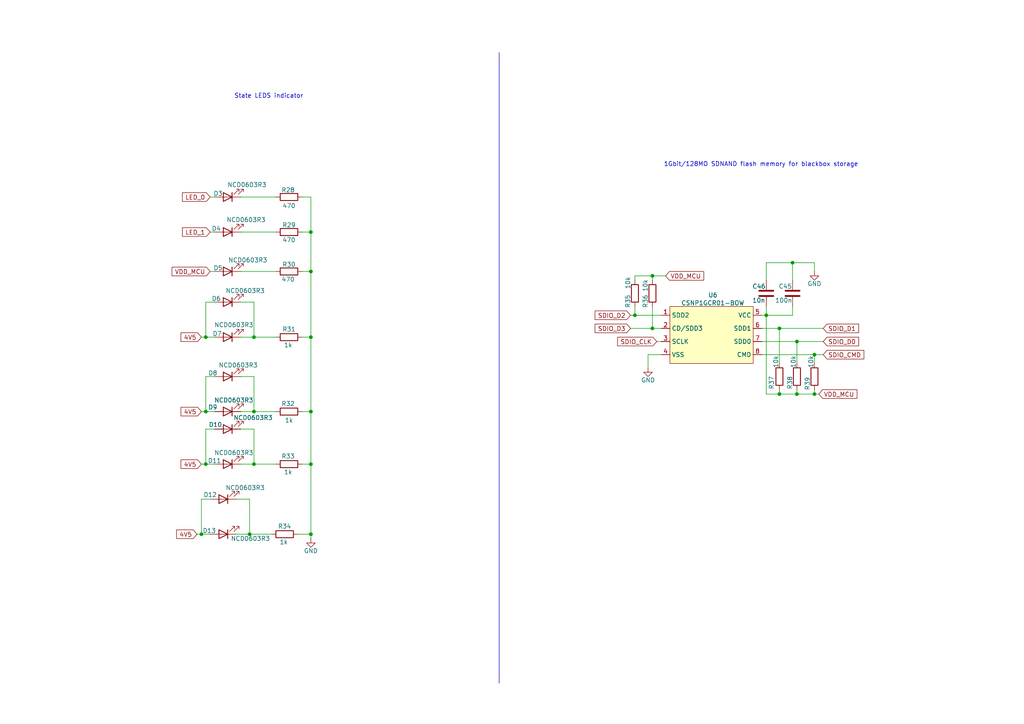
<source format=kicad_sch>
(kicad_sch (version 20250114) (generator "eeschema") (generator_version "9.0")
  (paper "A4")
  (lib_symbols
    (symbol "Device:C" (pin_numbers (hide yes)) (pin_names (offset 0.254))
      (property "Reference" "C" (at 0.635 2.54 0))
      (property "Value" "C" (at 0.635 -2.54 0))
      (symbol "C_0_1"
        (polyline (pts (xy -2.032 0.762) (xy 2.032 0.762)) (stroke (width 0.508)))
        (polyline (pts (xy -2.032 -0.762) (xy 2.032 -0.762)) (stroke (width 0.508)))
      )
      (symbol "C_1_1"
        (pin passive line (at 0 3.81 270) (length 2.794) (name "~") (number "1"))
        (pin passive line (at 0 -3.81 90) (length 2.794) (name "~") (number "2"))
      )
    )
    (symbol "Device:LED" (pin_numbers (hide yes)) (pin_names (offset 1.016) (hide yes))
      (property "Reference" "D" (at 0 2.54 0))
      (property "Value" "LED" (at 0 -2.54 0))
      (symbol "LED_0_1"
        (polyline (pts (xy -3.048 -0.762) (xy -4.572 -2.286) (xy -3.81 -2.286) (xy -4.572 -2.286) (xy -4.572 -1.524)))
        (polyline (pts (xy -1.778 -0.762) (xy -3.302 -2.286) (xy -2.54 -2.286) (xy -3.302 -2.286) (xy -3.302 -1.524)))
        (polyline (pts (xy -1.27 0) (xy 1.27 0)))
        (polyline (pts (xy -1.27 -1.27) (xy -1.27 1.27)) (stroke (width 0.254)))
        (polyline (pts (xy 1.27 -1.27) (xy 1.27 1.27) (xy -1.27 0) (xy 1.27 -1.27)) (stroke (width 0.254)))
      )
      (symbol "LED_1_1"
        (pin passive line (at -3.81 0 0) (length 2.54) (name "K") (number "1"))
        (pin passive line (at 3.81 0 180) (length 2.54) (name "A") (number "2"))
      )
    )
    (symbol "Device:R" (pin_numbers (hide yes)) (pin_names (offset 0))
      (property "Reference" "R" (at 2.032 0 90))
      (property "Value" "R" (at 0 0 90))
      (symbol "R_0_1"
        (rectangle (start -1.016 -2.54) (end 1.016 2.54) (stroke (width 0.254)))
      )
      (symbol "R_1_1"
        (pin passive line (at 0 3.81 270) (length 1.27) (name "~") (number "1"))
        (pin passive line (at 0 -3.81 90) (length 1.27) (name "~") (number "2"))
      )
    )
    (symbol "fclib:CSNP1GCR01-BOW"
      (property "Reference" "U10" (at 0.254 11.43 0))
      (property "Value" "CSNP1GCR01-BOW" (at 0.254 8.89 0))
      (symbol "CSNP1GCR01-BOW_0_1"
        (rectangle (start -12.7 7.62) (end 11.43 -8.89) (fill (type color) (color 255 255 194 1)))
      )
      (symbol "CSNP1GCR01-BOW_1_1"
        (pin input line (at -15.24 5.08 0) (length 2.54) (name "SDD2") (number "1"))
        (pin input line (at -15.24 1.27 0) (length 2.54) (name "CD/SDD3") (number "2"))
        (pin input line (at -15.24 -2.54 0) (length 2.54) (name "SCLK") (number "3"))
        (pin input line (at -15.24 -6.35 0) (length 2.54) (name "VSS") (number "4"))
        (pin input line (at 13.97 5.08 180) (length 2.54) (name "VCC") (number "5"))
        (pin input line (at 13.97 1.27 180) (length 2.54) (name "SDD1") (number "6"))
        (pin input line (at 13.97 -2.54 180) (length 2.54) (name "SDD0") (number "7"))
        (pin input line (at 13.97 -6.35 180) (length 2.54) (name "CMD") (number "8"))
      )
    )
    (symbol "power:GND" (power) (pin_numbers (hide yes)) (pin_names (offset 0) (hide yes))
      (property "Value" "GND" (at 0 -3.81 0))
      (symbol "GND_0_1"
        (polyline (pts (xy 0 0) (xy 0 -1.27) (xy 1.27 -1.27) (xy 0 -2.54) (xy -1.27 -1.27) (xy 0 -1.27)))
      )
      (symbol "GND_1_1"
        (pin power_in line (at 0 0 270) (length 0) (name "~") (number "1"))
      )
    )
  )
  (text "State LEDS indicator" (at 77.978 27.94 0) (effects (font (size 1.27 1.27))))
  (text "1Gbit/128MO SDNAND flash memory for blackbox storage" (at 220.726 47.752 0) (effects (font (size 1.27 1.27))))
  (junction (at 59.69 134.62))
  (junction (at 59.69 119.38))
  (junction (at 59.69 97.79))
  (junction (at 90.17 154.94))
  (junction (at 231.14 114.3))
  (junction (at 226.06 95.25))
  (junction (at 73.66 134.62))
  (junction (at 189.23 95.25))
  (junction (at 90.17 97.79))
  (junction (at 189.23 80.01))
  (junction (at 90.17 134.62))
  (junction (at 90.17 119.38))
  (junction (at 73.66 119.38))
  (junction (at 236.22 102.87))
  (junction (at 226.06 114.3))
  (junction (at 90.17 78.74))
  (junction (at 222.25 91.44))
  (junction (at 236.22 114.3))
  (junction (at 72.39 154.94))
  (junction (at 184.15 91.44))
  (junction (at 231.14 99.06))
  (junction (at 229.87 76.2))
  (junction (at 90.17 67.31))
  (junction (at 73.66 97.79))
  (junction (at 58.42 154.94))
  (wire (pts (xy 59.69 124.46) (xy 59.69 134.62)))
  (wire (pts (xy 220.98 91.44) (xy 222.25 91.44)))
  (wire (pts (xy 69.85 124.46) (xy 73.66 124.46)))
  (wire (pts (xy 222.25 91.44) (xy 222.25 114.3)))
  (wire (pts (xy 87.63 57.15) (xy 90.17 57.15)))
  (wire (pts (xy 73.66 119.38) (xy 80.01 119.38)))
  (wire (pts (xy 236.22 102.87) (xy 236.22 105.41)))
  (wire (pts (xy 236.22 114.3) (xy 237.49 114.3)))
  (wire (pts (xy 220.98 95.25) (xy 226.06 95.25)))
  (wire (pts (xy 190.5 99.06) (xy 191.77 99.06)))
  (wire (pts (xy 189.23 80.01) (xy 184.15 80.01)))
  (wire (pts (xy 60.96 57.15) (xy 62.23 57.15)))
  (wire (pts (xy 69.85 119.38) (xy 73.66 119.38)))
  (wire (pts (xy 182.88 95.25) (xy 189.23 95.25)))
  (wire (pts (xy 189.23 95.25) (xy 191.77 95.25)))
  (wire (pts (xy 193.04 80.01) (xy 189.23 80.01)))
  (wire (pts (xy 90.17 67.31) (xy 90.17 78.74)))
  (wire (pts (xy 229.87 76.2) (xy 236.22 76.2)))
  (wire (pts (xy 60.96 78.74) (xy 62.23 78.74)))
  (wire (pts (xy 231.14 99.06) (xy 231.14 105.41)))
  (wire (pts (xy 229.87 81.28) (xy 229.87 76.2)))
  (wire (pts (xy 226.06 95.25) (xy 238.76 95.25)))
  (wire (pts (xy 58.42 134.62) (xy 59.69 134.62)))
  (wire (pts (xy 90.17 78.74) (xy 90.17 97.79)))
  (wire (pts (xy 62.23 109.22) (xy 59.69 109.22)))
  (wire (pts (xy 184.15 88.9) (xy 184.15 91.44)))
  (wire (pts (xy 184.15 91.44) (xy 191.77 91.44)))
  (wire (pts (xy 231.14 114.3) (xy 236.22 114.3)))
  (wire (pts (xy 90.17 154.94) (xy 90.17 156.21)))
  (wire (pts (xy 60.96 144.78) (xy 58.42 144.78)))
  (wire (pts (xy 58.42 144.78) (xy 58.42 154.94)))
  (wire (pts (xy 69.85 97.79) (xy 73.66 97.79)))
  (wire (pts (xy 87.63 119.38) (xy 90.17 119.38)))
  (wire (pts (xy 90.17 119.38) (xy 90.17 134.62)))
  (wire (pts (xy 90.17 97.79) (xy 90.17 119.38)))
  (wire (pts (xy 68.58 144.78) (xy 72.39 144.78)))
  (wire (pts (xy 69.85 87.63) (xy 73.66 87.63)))
  (wire (pts (xy 58.42 154.94) (xy 60.96 154.94)))
  (wire (pts (xy 229.87 88.9) (xy 229.87 91.44)))
  (wire (pts (xy 69.85 57.15) (xy 80.01 57.15)))
  (wire (pts (xy 189.23 80.01) (xy 189.23 81.28)))
  (wire (pts (xy 191.77 102.87) (xy 187.96 102.87)))
  (wire (pts (xy 68.58 154.94) (xy 72.39 154.94)))
  (wire (pts (xy 222.25 91.44) (xy 229.87 91.44)))
  (wire (pts (xy 231.14 99.06) (xy 238.76 99.06)))
  (wire (pts (xy 187.96 102.87) (xy 187.96 106.68)))
  (wire (pts (xy 59.69 119.38) (xy 62.23 119.38)))
  (wire (pts (xy 73.66 124.46) (xy 73.66 134.62)))
  (wire (pts (xy 220.98 99.06) (xy 231.14 99.06)))
  (wire (pts (xy 72.39 154.94) (xy 78.74 154.94)))
  (wire (pts (xy 87.63 67.31) (xy 90.17 67.31)))
  (wire (pts (xy 59.69 134.62) (xy 62.23 134.62)))
  (wire (pts (xy 189.23 88.9) (xy 189.23 95.25)))
  (wire (pts (xy 69.85 109.22) (xy 73.66 109.22)))
  (wire (pts (xy 73.66 109.22) (xy 73.66 119.38)))
  (wire (pts (xy 222.25 88.9) (xy 222.25 91.44)))
  (wire (pts (xy 58.42 97.79) (xy 59.69 97.79)))
  (wire (pts (xy 87.63 78.74) (xy 90.17 78.74)))
  (wire (pts (xy 226.06 113.03) (xy 226.06 114.3)))
  (wire (pts (xy 72.39 144.78) (xy 72.39 154.94)))
  (wire (pts (xy 69.85 134.62) (xy 73.66 134.62)))
  (wire (pts (xy 59.69 97.79) (xy 62.23 97.79)))
  (wire (pts (xy 87.63 134.62) (xy 90.17 134.62)))
  (wire (pts (xy 90.17 57.15) (xy 90.17 67.31)))
  (wire (pts (xy 69.85 67.31) (xy 80.01 67.31)))
  (wire (pts (xy 220.98 102.87) (xy 236.22 102.87)))
  (wire (pts (xy 59.69 87.63) (xy 59.69 97.79)))
  (wire (pts (xy 236.22 113.03) (xy 236.22 114.3)))
  (wire (pts (xy 222.25 81.28) (xy 222.25 76.2)))
  (wire (pts (xy 69.85 78.74) (xy 80.01 78.74)))
  (wire (pts (xy 87.63 97.79) (xy 90.17 97.79)))
  (wire (pts (xy 58.42 119.38) (xy 59.69 119.38)))
  (wire (pts (xy 73.66 97.79) (xy 80.01 97.79)))
  (wire (pts (xy 86.36 154.94) (xy 90.17 154.94)))
  (wire (pts (xy 184.15 80.01) (xy 184.15 81.28)))
  (wire (pts (xy 73.66 87.63) (xy 73.66 97.79)))
  (polyline (pts (xy 144.78 15.24) (xy 144.78 198.12)))
  (wire (pts (xy 231.14 113.03) (xy 231.14 114.3)))
  (wire (pts (xy 90.17 134.62) (xy 90.17 154.94)))
  (wire (pts (xy 73.66 134.62) (xy 80.01 134.62)))
  (wire (pts (xy 236.22 76.2) (xy 236.22 78.74)))
  (wire (pts (xy 226.06 95.25) (xy 226.06 105.41)))
  (wire (pts (xy 222.25 114.3) (xy 226.06 114.3)))
  (wire (pts (xy 182.88 91.44) (xy 184.15 91.44)))
  (wire (pts (xy 57.15 154.94) (xy 58.42 154.94)))
  (wire (pts (xy 226.06 114.3) (xy 231.14 114.3)))
  (wire (pts (xy 222.25 76.2) (xy 229.87 76.2)))
  (wire (pts (xy 62.23 87.63) (xy 59.69 87.63)))
  (wire (pts (xy 62.23 124.46) (xy 59.69 124.46)))
  (wire (pts (xy 236.22 102.87) (xy 238.76 102.87)))
  (wire (pts (xy 60.96 67.31) (xy 62.23 67.31)))
  (wire (pts (xy 59.69 109.22) (xy 59.69 119.38)))
  (global_label "SDIO_D2" (shape input) (at 182.88 91.44 180) (property "Intersheetrefs" "${INTERSHEET_REFS}" (effects (hide yes))))
  (global_label "SDIO_D3" (shape input) (at 182.88 95.25 180) (property "Intersheetrefs" "${INTERSHEET_REFS}" (effects (hide yes))))
  (global_label "VDD_MCU" (shape input) (at 193.04 80.01 0) (property "Intersheetrefs" "${INTERSHEET_REFS}" (effects (hide yes))))
  (global_label "4V5" (shape input) (at 58.42 97.79 180) (property "Intersheetrefs" "${INTERSHEET_REFS}" (effects (hide yes))))
  (global_label "SDIO_D0" (shape input) (at 238.76 99.06 0) (property "Intersheetrefs" "${INTERSHEET_REFS}" (effects (hide yes))))
  (global_label "SDIO_CLK" (shape input) (at 190.5 99.06 180) (property "Intersheetrefs" "${INTERSHEET_REFS}" (effects (hide yes))))
  (global_label "4V5" (shape input) (at 58.42 119.38 180) (property "Intersheetrefs" "${INTERSHEET_REFS}" (effects (hide yes))))
  (global_label "SDIO_D1" (shape input) (at 238.76 95.25 0) (property "Intersheetrefs" "${INTERSHEET_REFS}" (effects (hide yes))))
  (global_label "SDIO_CMD" (shape input) (at 238.76 102.87 0) (property "Intersheetrefs" "${INTERSHEET_REFS}" (effects (hide yes))))
  (global_label "VDD_MCU" (shape input) (at 60.96 78.74 180) (property "Intersheetrefs" "${INTERSHEET_REFS}" (effects (hide yes))))
  (global_label "4V5" (shape input) (at 57.15 154.94 180) (property "Intersheetrefs" "${INTERSHEET_REFS}" (effects (hide yes))))
  (global_label "VDD_MCU" (shape input) (at 237.49 114.3 0) (property "Intersheetrefs" "${INTERSHEET_REFS}" (effects (hide yes))))
  (global_label "4V5" (shape input) (at 58.42 134.62 180) (property "Intersheetrefs" "${INTERSHEET_REFS}" (effects (hide yes))))
  (global_label "LED_0" (shape input) (at 60.96 57.15 180) (property "Intersheetrefs" "${INTERSHEET_REFS}" (effects (hide yes))))
  (global_label "LED_1" (shape input) (at 60.96 67.31 180) (property "Intersheetrefs" "${INTERSHEET_REFS}" (effects (hide yes))))
  (symbol (lib_id "Device:LED") (at 66.04 119.38 180) (unit 1)
    (property "Reference" "D9" (at 61.722 118.11 0))
    (property "Value" "NCD0603R3" (at 67.818 116.078 0))
    (property "Footprint" "LED_SMD:LED_0603_1608Metric" (effects (hide yes)))
    (property "Datasheet" "https://www.lcsc.com/datasheet/C3151730.pdf" (effects (hide yes)))
    (property "Description" "Light emitting diode" (effects (hide yes)))
    (property "Sim.Pins" "1=K 2=A" (effects (hide yes)))
    (property "MPN" "NCD0603R3" (effects (hide yes)))
    (property "Manufacturer" "NATIONSTAR" (effects (hide yes)))
  )
  (symbol (lib_id "fclib:CSNP1GCR01-BOW") (at 207.01 96.52 0) (unit 1)
    (property "Reference" "U6" (at 206.756 85.598 0))
    (property "Value" "CSNP1GCR01-BOW" (at 206.756 87.884 0))
    (property "Footprint" "fch7:CSNP1GCR01-BOW" (effects (hide yes)))
    (property "Datasheet" "https://www.lcsc.com/datasheet/C2691593.pdf" (effects (hide yes)))
    (property "MPN" "CSNP1GCR01-BOW" (effects (hide yes)))
    (property "Manufacturer" "CS Semiconductor" (effects (hide yes)))
  )
  (symbol (lib_id "Device:LED") (at 64.77 144.78 180) (unit 1)
    (property "Reference" "D12" (at 60.96 143.51 0))
    (property "Value" "NCD0603R3" (at 71.12 141.478 0))
    (property "Footprint" "LED_SMD:LED_0603_1608Metric" (effects (hide yes)))
    (property "Datasheet" "https://www.lcsc.com/datasheet/C3151730.pdf" (effects (hide yes)))
    (property "Description" "Light emitting diode" (effects (hide yes)))
    (property "Sim.Pins" "1=K 2=A" (effects (hide yes)))
    (property "MPN" "NCD0603R3" (effects (hide yes)))
    (property "Manufacturer" "NATIONSTAR" (effects (hide yes)))
  )
  (symbol (lib_id "power:GND") (at 90.17 156.21 0) (unit 1)
    (property "Reference" "#PWR038" (effects (hide yes)))
    (property "Value" "GND" (at 90.17 159.766 0))
    (property "Description" "Power symbol creates a global label with name \"GND\" , ground" (effects (hide yes)))
  )
  (symbol (lib_id "Device:R") (at 231.14 109.22 180) (unit 1)
    (property "Reference" "R38" (at 229.108 110.998 90))
    (property "Value" "10k" (at 230.124 104.902 90))
    (property "Footprint" "Resistor_SMD:R_0603_1608Metric" (effects (hide yes)))
    (property "Datasheet" "https://www.lcsc.com/datasheet/C25804.pdf" (effects (hide yes)))
    (property "Description" "Resistor" (effects (hide yes)))
    (property "MPN" "0603WAF1002T5E" (effects (hide yes)))
    (property "Manufacturer" "UNI-ROYAL" (effects (hide yes)))
  )
  (symbol (lib_id "Device:LED") (at 66.04 97.79 180) (unit 1)
    (property "Reference" "D7" (at 62.992 96.774 0))
    (property "Value" "NCD0603R3" (at 67.818 94.234 0))
    (property "Footprint" "LED_SMD:LED_0603_1608Metric" (effects (hide yes)))
    (property "Datasheet" "https://www.lcsc.com/datasheet/C3151730.pdf" (effects (hide yes)))
    (property "Description" "Light emitting diode" (effects (hide yes)))
    (property "Sim.Pins" "1=K 2=A" (effects (hide yes)))
    (property "MPN" "NCD0603R3" (effects (hide yes)))
    (property "Manufacturer" "NATIONSTAR" (effects (hide yes)))
  )
  (symbol (lib_id "Device:R") (at 226.06 109.22 180) (unit 1)
    (property "Reference" "R37" (at 223.774 110.998 90))
    (property "Value" "10k" (at 225.044 104.902 90))
    (property "Footprint" "Resistor_SMD:R_0603_1608Metric" (effects (hide yes)))
    (property "Datasheet" "https://www.lcsc.com/datasheet/C25804.pdf" (effects (hide yes)))
    (property "Description" "Resistor" (effects (hide yes)))
    (property "MPN" "0603WAF1002T5E" (effects (hide yes)))
    (property "Manufacturer" "UNI-ROYAL" (effects (hide yes)))
  )
  (symbol (lib_id "Device:R") (at 83.82 134.62 90) (unit 1)
    (property "Reference" "R33" (at 83.566 132.334 90))
    (property "Value" "1k" (at 83.566 136.906 90))
    (property "Footprint" "Resistor_SMD:R_0603_1608Metric" (effects (hide yes)))
    (property "Datasheet" "https://www.mouser.com/catalog/specsheets/YAGEO_PYu_RC_Group_51_RoHS_L_12.pdf?_gl=1*6242pv*_gcl_aw*R0NMLjE3NjQwNzA0OTIuQ2owS0NRaUF4SlhKQmhEX0FSSXNBSF9KR2pqWURwNlUzT2RwVlk2WnNicnZLc0NnRDN4R3pGSUk1ODUxekE4ZVlPNU5YaS0yclRsUG5FOGFBcFZYRUFMd193Y0I.*_gcl_au*MTcwNjU0NjQ2MC4xNzYzNjY0MzgyLjQ3NDEzNDk5OS4xNzY0MDY4Mzg1LjE3NjQwNzAyODU.*_ga*NzE1NjU0OTQ0LjE3NjM2NjQzODU.*_ga_15W4STQT4T*czE3NjQwNjc4ODckbzExJGcxJHQxNzY0MDcxMTY1JGo1OSRsMCRoMA.." (effects (hide yes)))
    (property "Description" "Resistor" (effects (hide yes)))
    (property "MPN" "RC0603FR-071KL" (effects (hide yes)))
    (property "Manufacturer" "YAGEO" (effects (hide yes)))
  )
  (symbol (lib_id "Device:R") (at 184.15 85.09 180) (unit 1)
    (property "Reference" "R35" (at 182.118 87.376 90))
    (property "Value" "10k" (at 182.118 82.042 90))
    (property "Footprint" "Resistor_SMD:R_0603_1608Metric" (effects (hide yes)))
    (property "Datasheet" "https://www.lcsc.com/datasheet/C25804.pdf" (effects (hide yes)))
    (property "Description" "Resistor" (effects (hide yes)))
    (property "MPN" "0603WAF1002T5E" (effects (hide yes)))
    (property "Manufacturer" "UNI-ROYAL" (effects (hide yes)))
  )
  (symbol (lib_id "power:GND") (at 187.96 106.68 0) (unit 1)
    (property "Reference" "#PWR039" (effects (hide yes)))
    (property "Value" "GND" (at 187.96 110.236 0))
    (property "Description" "Power symbol creates a global label with name \"GND\" , ground" (effects (hide yes)))
  )
  (symbol (lib_id "Device:R") (at 82.55 154.94 90) (unit 1)
    (property "Reference" "R34" (at 82.55 152.654 90))
    (property "Value" "1k" (at 82.296 157.226 90))
    (property "Footprint" "Resistor_SMD:R_0603_1608Metric" (effects (hide yes)))
    (property "Datasheet" "https://www.mouser.com/catalog/specsheets/YAGEO_PYu_RC_Group_51_RoHS_L_12.pdf?_gl=1*6242pv*_gcl_aw*R0NMLjE3NjQwNzA0OTIuQ2owS0NRaUF4SlhKQmhEX0FSSXNBSF9KR2pqWURwNlUzT2RwVlk2WnNicnZLc0NnRDN4R3pGSUk1ODUxekE4ZVlPNU5YaS0yclRsUG5FOGFBcFZYRUFMd193Y0I.*_gcl_au*MTcwNjU0NjQ2MC4xNzYzNjY0MzgyLjQ3NDEzNDk5OS4xNzY0MDY4Mzg1LjE3NjQwNzAyODU.*_ga*NzE1NjU0OTQ0LjE3NjM2NjQzODU.*_ga_15W4STQT4T*czE3NjQwNjc4ODckbzExJGcxJHQxNzY0MDcxMTY1JGo1OSRsMCRoMA.." (effects (hide yes)))
    (property "Description" "Resistor" (effects (hide yes)))
    (property "MPN" "RC0603FR-071KL" (effects (hide yes)))
    (property "Manufacturer" "YAGEO" (effects (hide yes)))
  )
  (symbol (lib_id "Device:R") (at 83.82 78.74 90) (unit 1)
    (property "Reference" "R30" (at 83.82 76.708 90))
    (property "Value" "470" (at 83.566 81.026 90))
    (property "Footprint" "Resistor_SMD:R_0603_1608Metric" (effects (hide yes)))
    (property "Datasheet" "https://www.lcsc.com/datasheet/C23179.pdf" (effects (hide yes)))
    (property "Description" "Resistor" (effects (hide yes)))
    (property "MPN" "0603WAF4700T5E" (effects (hide yes)))
    (property "Manufacturer" "UNI-ROYAL" (effects (hide yes)))
  )
  (symbol (lib_id "Device:LED") (at 66.04 57.15 180) (unit 1)
    (property "Reference" "D3" (at 63.246 56.134 0))
    (property "Value" "NCD0603R3" (at 71.628 53.594 0))
    (property "Footprint" "LED_SMD:LED_0603_1608Metric" (effects (hide yes)))
    (property "Datasheet" "https://www.lcsc.com/datasheet/C3151730.pdf" (effects (hide yes)))
    (property "Description" "Light emitting diode" (effects (hide yes)))
    (property "Sim.Pins" "1=K 2=A" (effects (hide yes)))
    (property "MPN" "NCD0603R3" (effects (hide yes)))
    (property "Manufacturer" "NATIONSTAR" (effects (hide yes)))
  )
  (symbol (lib_id "Device:LED") (at 66.04 78.74 180) (unit 1)
    (property "Reference" "D5" (at 63.246 77.724 0))
    (property "Value" "NCD0603R3" (at 71.882 75.438 0))
    (property "Footprint" "LED_SMD:LED_0603_1608Metric" (effects (hide yes)))
    (property "Datasheet" "https://www.lcsc.com/datasheet/C3151730.pdf" (effects (hide yes)))
    (property "Description" "Light emitting diode" (effects (hide yes)))
    (property "Sim.Pins" "1=K 2=A" (effects (hide yes)))
    (property "MPN" "NCD0603R3" (effects (hide yes)))
    (property "Manufacturer" "NATIONSTAR" (effects (hide yes)))
  )
  (symbol (lib_id "Device:R") (at 83.82 57.15 90) (unit 1)
    (property "Reference" "R28" (at 83.566 55.118 90))
    (property "Value" "470" (at 83.82 59.69 90))
    (property "Footprint" "Resistor_SMD:R_0603_1608Metric" (effects (hide yes)))
    (property "Datasheet" "https://www.lcsc.com/datasheet/C23179.pdf" (effects (hide yes)))
    (property "Description" "Resistor" (effects (hide yes)))
    (property "MPN" "0603WAF4700T5E" (effects (hide yes)))
    (property "Manufacturer" "UNI-ROYAL" (effects (hide yes)))
  )
  (symbol (lib_id "Device:R") (at 189.23 85.09 180) (unit 1)
    (property "Reference" "R36" (at 187.198 87.376 90))
    (property "Value" "10k" (at 187.198 82.804 90))
    (property "Footprint" "Resistor_SMD:R_0603_1608Metric" (effects (hide yes)))
    (property "Datasheet" "https://www.lcsc.com/datasheet/C25804.pdf" (effects (hide yes)))
    (property "Description" "Resistor" (effects (hide yes)))
    (property "MPN" "0603WAF1002T5E" (effects (hide yes)))
    (property "Manufacturer" "UNI-ROYAL" (effects (hide yes)))
  )
  (symbol (lib_id "Device:R") (at 236.22 109.22 180) (unit 1)
    (property "Reference" "R39" (at 234.188 111.252 90))
    (property "Value" "10k" (at 235.204 104.902 90))
    (property "Footprint" "Resistor_SMD:R_0603_1608Metric" (effects (hide yes)))
    (property "Datasheet" "https://www.lcsc.com/datasheet/C25804.pdf" (effects (hide yes)))
    (property "Description" "Resistor" (effects (hide yes)))
    (property "MPN" "0603WAF1002T5E" (effects (hide yes)))
    (property "Manufacturer" "UNI-ROYAL" (effects (hide yes)))
  )
  (symbol (lib_id "Device:C") (at 229.87 85.09 0) (unit 1)
    (property "Reference" "C45" (at 225.806 83.058 0) (effects (justify left)))
    (property "Value" "100n" (at 224.79 87.122 0) (effects (justify left)))
    (property "Footprint" "Capacitor_SMD:C_0603_1608Metric" (effects (hide yes)))
    (property "Description" "Unpolarized capacitor" (effects (hide yes)))
  )
  (symbol (lib_id "power:GND") (at 236.22 78.74 0) (unit 1)
    (property "Reference" "#PWR040" (effects (hide yes)))
    (property "Value" "GND" (at 236.22 82.296 0))
    (property "Description" "Power symbol creates a global label with name \"GND\" , ground" (effects (hide yes)))
  )
  (symbol (lib_id "Device:LED") (at 66.04 87.63 180) (unit 1)
    (property "Reference" "D6" (at 62.738 86.614 0))
    (property "Value" "NCD0603R3" (at 71.12 84.328 0))
    (property "Footprint" "LED_SMD:LED_0603_1608Metric" (effects (hide yes)))
    (property "Datasheet" "https://www.lcsc.com/datasheet/C3151730.pdf" (effects (hide yes)))
    (property "Description" "Light emitting diode" (effects (hide yes)))
    (property "Sim.Pins" "1=K 2=A" (effects (hide yes)))
    (property "MPN" "NCD0603R3" (effects (hide yes)))
    (property "Manufacturer" "NATIONSTAR" (effects (hide yes)))
  )
  (symbol (lib_id "Device:R") (at 83.82 67.31 90) (unit 1)
    (property "Reference" "R29" (at 83.82 65.278 90))
    (property "Value" "470" (at 83.82 69.596 90))
    (property "Footprint" "Resistor_SMD:R_0603_1608Metric" (effects (hide yes)))
    (property "Datasheet" "https://www.lcsc.com/datasheet/C23179.pdf" (effects (hide yes)))
    (property "Description" "Resistor" (effects (hide yes)))
    (property "MPN" "0603WAF4700T5E" (effects (hide yes)))
    (property "Manufacturer" "UNI-ROYAL" (effects (hide yes)))
  )
  (symbol (lib_id "Device:LED") (at 66.04 67.31 180) (unit 1)
    (property "Reference" "D4" (at 62.738 66.294 0))
    (property "Value" "NCD0603R3" (at 71.374 63.754 0))
    (property "Footprint" "LED_SMD:LED_0603_1608Metric" (effects (hide yes)))
    (property "Datasheet" "https://www.lcsc.com/datasheet/C3151730.pdf" (effects (hide yes)))
    (property "Description" "Light emitting diode" (effects (hide yes)))
    (property "Sim.Pins" "1=K 2=A" (effects (hide yes)))
    (property "MPN" "NCD0603R3" (effects (hide yes)))
    (property "Manufacturer" "NATIONSTAR" (effects (hide yes)))
  )
  (symbol (lib_id "Device:LED") (at 66.04 109.22 180) (unit 1)
    (property "Reference" "D8" (at 61.722 108.204 0))
    (property "Value" "NCD0603R3" (at 69.088 105.918 0))
    (property "Footprint" "LED_SMD:LED_0603_1608Metric" (effects (hide yes)))
    (property "Datasheet" "https://www.lcsc.com/datasheet/C3151730.pdf" (effects (hide yes)))
    (property "Description" "Light emitting diode" (effects (hide yes)))
    (property "Sim.Pins" "1=K 2=A" (effects (hide yes)))
    (property "MPN" "NCD0603R3" (effects (hide yes)))
    (property "Manufacturer" "NATIONSTAR" (effects (hide yes)))
  )
  (symbol (lib_id "Device:R") (at 83.82 119.38 90) (unit 1)
    (property "Reference" "R32" (at 83.566 117.094 90))
    (property "Value" "1k" (at 83.82 121.92 90))
    (property "Footprint" "Resistor_SMD:R_0603_1608Metric" (effects (hide yes)))
    (property "Datasheet" "https://www.mouser.com/catalog/specsheets/YAGEO_PYu_RC_Group_51_RoHS_L_12.pdf?_gl=1*6242pv*_gcl_aw*R0NMLjE3NjQwNzA0OTIuQ2owS0NRaUF4SlhKQmhEX0FSSXNBSF9KR2pqWURwNlUzT2RwVlk2WnNicnZLc0NnRDN4R3pGSUk1ODUxekE4ZVlPNU5YaS0yclRsUG5FOGFBcFZYRUFMd193Y0I.*_gcl_au*MTcwNjU0NjQ2MC4xNzYzNjY0MzgyLjQ3NDEzNDk5OS4xNzY0MDY4Mzg1LjE3NjQwNzAyODU.*_ga*NzE1NjU0OTQ0LjE3NjM2NjQzODU.*_ga_15W4STQT4T*czE3NjQwNjc4ODckbzExJGcxJHQxNzY0MDcxMTY1JGo1OSRsMCRoMA.." (effects (hide yes)))
    (property "Description" "Resistor" (effects (hide yes)))
    (property "MPN" "RC0603FR-071KL" (effects (hide yes)))
    (property "Manufacturer" "YAGEO" (effects (hide yes)))
  )
  (symbol (lib_id "Device:LED") (at 66.04 134.62 180) (unit 1)
    (property "Reference" "D11" (at 62.23 133.604 0))
    (property "Value" "NCD0603R3" (at 67.818 131.318 0))
    (property "Footprint" "LED_SMD:LED_0603_1608Metric" (effects (hide yes)))
    (property "Datasheet" "https://www.lcsc.com/datasheet/C3151730.pdf" (effects (hide yes)))
    (property "Description" "Light emitting diode" (effects (hide yes)))
    (property "Sim.Pins" "1=K 2=A" (effects (hide yes)))
    (property "MPN" "NCD0603R3" (effects (hide yes)))
    (property "Manufacturer" "NATIONSTAR" (effects (hide yes)))
  )
  (symbol (lib_id "Device:LED") (at 64.77 154.94 180) (unit 1)
    (property "Reference" "D13" (at 60.706 153.924 0))
    (property "Value" "NCD0603R3" (at 72.644 156.21 0))
    (property "Footprint" "LED_SMD:LED_0603_1608Metric" (effects (hide yes)))
    (property "Datasheet" "https://www.lcsc.com/datasheet/C3151730.pdf" (effects (hide yes)))
    (property "Description" "Light emitting diode" (effects (hide yes)))
    (property "Sim.Pins" "1=K 2=A" (effects (hide yes)))
    (property "MPN" "NCD0603R3" (effects (hide yes)))
    (property "Manufacturer" "NATIONSTAR" (effects (hide yes)))
  )
  (symbol (lib_id "Device:C") (at 222.25 85.09 0) (unit 1)
    (property "Reference" "C46" (at 218.186 83.058 0) (effects (justify left)))
    (property "Value" "10n" (at 218.186 87.122 0) (effects (justify left)))
    (property "Footprint" "Capacitor_SMD:C_0603_1608Metric" (effects (hide yes)))
    (property "Description" "Unpolarized capacitor" (effects (hide yes)))
  )
  (symbol (lib_id "Device:LED") (at 66.04 124.46 180) (unit 1)
    (property "Reference" "D10" (at 62.484 123.19 0))
    (property "Value" "NCD0603R3" (at 73.406 121.158 0))
    (property "Footprint" "LED_SMD:LED_0603_1608Metric" (effects (hide yes)))
    (property "Datasheet" "https://www.lcsc.com/datasheet/C3151730.pdf" (effects (hide yes)))
    (property "Description" "Light emitting diode" (effects (hide yes)))
    (property "Sim.Pins" "1=K 2=A" (effects (hide yes)))
    (property "MPN" "NCD0603R3" (effects (hide yes)))
    (property "Manufacturer" "NATIONSTAR" (effects (hide yes)))
  )
  (symbol (lib_id "Device:R") (at 83.82 97.79 90) (unit 1)
    (property "Reference" "R31" (at 83.82 95.504 90))
    (property "Value" "1k" (at 83.566 100.076 90))
    (property "Footprint" "Resistor_SMD:R_0603_1608Metric" (effects (hide yes)))
    (property "Datasheet" "https://www.mouser.com/catalog/specsheets/YAGEO_PYu_RC_Group_51_RoHS_L_12.pdf?_gl=1*6242pv*_gcl_aw*R0NMLjE3NjQwNzA0OTIuQ2owS0NRaUF4SlhKQmhEX0FSSXNBSF9KR2pqWURwNlUzT2RwVlk2WnNicnZLc0NnRDN4R3pGSUk1ODUxekE4ZVlPNU5YaS0yclRsUG5FOGFBcFZYRUFMd193Y0I.*_gcl_au*MTcwNjU0NjQ2MC4xNzYzNjY0MzgyLjQ3NDEzNDk5OS4xNzY0MDY4Mzg1LjE3NjQwNzAyODU.*_ga*NzE1NjU0OTQ0LjE3NjM2NjQzODU.*_ga_15W4STQT4T*czE3NjQwNjc4ODckbzExJGcxJHQxNzY0MDcxMTY1JGo1OSRsMCRoMA.." (effects (hide yes)))
    (property "Description" "Resistor" (effects (hide yes)))
    (property "MPN" "RC0603FR-071KL" (effects (hide yes)))
    (property "Manufacturer" "YAGEO" (effects (hide yes)))
  )
)
</source>
